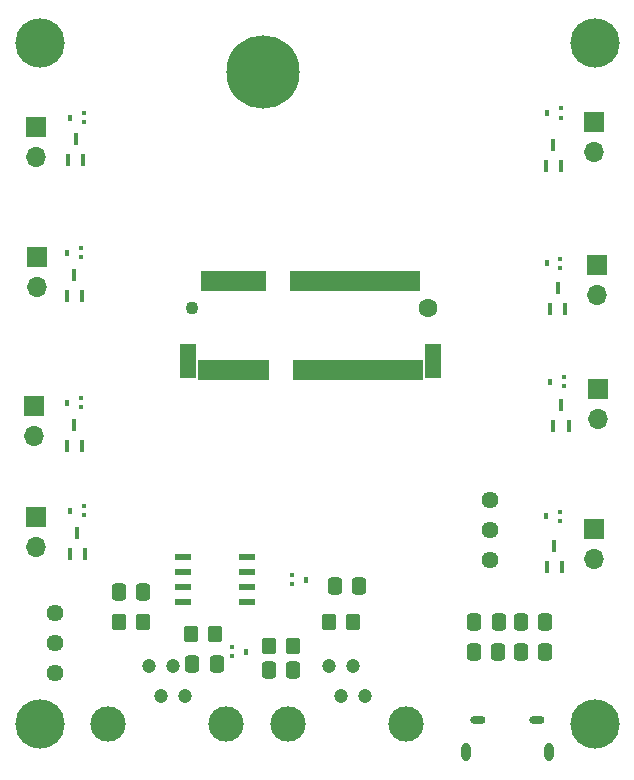
<source format=gbs>
%TF.GenerationSoftware,KiCad,Pcbnew,(6.99.0-1698-gc3bed8f6ee)*%
%TF.CreationDate,2022-10-05T21:42:40-05:00*%
%TF.ProjectId,Pneumatics Control Unit V1,506e6575-6d61-4746-9963-7320436f6e74,rev?*%
%TF.SameCoordinates,Original*%
%TF.FileFunction,Soldermask,Bot*%
%TF.FilePolarity,Negative*%
%FSLAX46Y46*%
G04 Gerber Fmt 4.6, Leading zero omitted, Abs format (unit mm)*
G04 Created by KiCad (PCBNEW (6.99.0-1698-gc3bed8f6ee)) date 2022-10-05 21:42:40*
%MOMM*%
%LPD*%
G01*
G04 APERTURE LIST*
G04 Aperture macros list*
%AMRoundRect*
0 Rectangle with rounded corners*
0 $1 Rounding radius*
0 $2 $3 $4 $5 $6 $7 $8 $9 X,Y pos of 4 corners*
0 Add a 4 corners polygon primitive as box body*
4,1,4,$2,$3,$4,$5,$6,$7,$8,$9,$2,$3,0*
0 Add four circle primitives for the rounded corners*
1,1,$1+$1,$2,$3*
1,1,$1+$1,$4,$5*
1,1,$1+$1,$6,$7*
1,1,$1+$1,$8,$9*
0 Add four rect primitives between the rounded corners*
20,1,$1+$1,$2,$3,$4,$5,0*
20,1,$1+$1,$4,$5,$6,$7,0*
20,1,$1+$1,$6,$7,$8,$9,0*
20,1,$1+$1,$8,$9,$2,$3,0*%
G04 Aperture macros list end*
%ADD10R,1.700000X1.700000*%
%ADD11O,1.700000X1.700000*%
%ADD12C,4.170000*%
%ADD13C,3.000000*%
%ADD14C,1.200000*%
%ADD15C,1.440000*%
%ADD16O,1.300000X0.650000*%
%ADD17O,0.775000X1.550000*%
%ADD18RoundRect,0.250000X-0.337500X-0.475000X0.337500X-0.475000X0.337500X0.475000X-0.337500X0.475000X0*%
%ADD19RoundRect,0.250000X-0.350000X-0.450000X0.350000X-0.450000X0.350000X0.450000X-0.350000X0.450000X0*%
%ADD20RoundRect,0.250000X0.337500X0.475000X-0.337500X0.475000X-0.337500X-0.475000X0.337500X-0.475000X0*%
%ADD21R,0.450000X0.400000*%
%ADD22R,0.450000X0.500000*%
%ADD23R,0.450800X1.136200*%
%ADD24C,1.600000*%
%ADD25C,1.100000*%
%ADD26RoundRect,0.101600X-0.150000X-0.775000X0.150000X-0.775000X0.150000X0.775000X-0.150000X0.775000X0*%
%ADD27RoundRect,0.100000X-0.150000X-0.775000X0.150000X-0.775000X0.150000X0.775000X-0.150000X0.775000X0*%
%ADD28RoundRect,0.101600X-0.600000X-1.375000X0.600000X-1.375000X0.600000X1.375000X-0.600000X1.375000X0*%
%ADD29C,6.203200*%
%ADD30RoundRect,0.250000X0.350000X0.450000X-0.350000X0.450000X-0.350000X-0.450000X0.350000X-0.450000X0*%
%ADD31R,1.460500X0.558800*%
G04 APERTURE END LIST*
D10*
%TO.C,J10*%
X153948999Y-110478249D03*
D11*
X153948999Y-113018249D03*
%TD*%
D10*
%TO.C,J11*%
X154202999Y-88157999D03*
D11*
X154202999Y-90697999D03*
%TD*%
D12*
%TO.C,H2*%
X107061000Y-69342000D03*
%TD*%
D10*
%TO.C,J5*%
X106704999Y-76473999D03*
D11*
X106704999Y-79013999D03*
%TD*%
D13*
%TO.C,J1*%
X112856000Y-126992000D03*
X122856000Y-126992000D03*
D14*
X119386000Y-124692000D03*
X118366000Y-122152000D03*
X117346000Y-124692000D03*
X116326000Y-122152000D03*
%TD*%
D15*
%TO.C,J14*%
X145161000Y-108077000D03*
X145161000Y-110617000D03*
X145161000Y-113157000D03*
%TD*%
D16*
%TO.C,J12*%
X144184999Y-126712999D03*
X149184999Y-126712999D03*
D17*
X143184999Y-129412999D03*
X150184999Y-129412999D03*
%TD*%
D12*
%TO.C,H4*%
X107061000Y-127000000D03*
%TD*%
%TO.C,H1*%
X154051000Y-69342000D03*
%TD*%
D10*
%TO.C,J4*%
X106806999Y-87522999D03*
D11*
X106806999Y-90062999D03*
%TD*%
D10*
%TO.C,J9*%
X153948999Y-76061249D03*
D11*
X153948999Y-78601249D03*
%TD*%
D12*
%TO.C,H3*%
X154051000Y-127000000D03*
%TD*%
D15*
%TO.C,J13*%
X108331000Y-117602000D03*
X108331000Y-120142000D03*
X108331000Y-122682000D03*
%TD*%
D10*
%TO.C,J7*%
X154329999Y-98678999D03*
D11*
X154329999Y-101218999D03*
%TD*%
D10*
%TO.C,J6*%
X106577999Y-100095999D03*
D11*
X106577999Y-102635999D03*
%TD*%
D10*
%TO.C,J8*%
X106704999Y-109473999D03*
D11*
X106704999Y-112013999D03*
%TD*%
D13*
%TO.C,J2*%
X128096000Y-126992000D03*
X138096000Y-126992000D03*
D14*
X134626000Y-124692000D03*
X133606000Y-122152000D03*
X132586000Y-124692000D03*
X131566000Y-122152000D03*
%TD*%
D18*
%TO.C,C10*%
X147806500Y-118364000D03*
X149881500Y-118364000D03*
%TD*%
D19*
%TO.C,R4*%
X126508000Y-120396000D03*
X128508000Y-120396000D03*
%TD*%
D20*
%TO.C,C9*%
X145944500Y-118364000D03*
X143869500Y-118364000D03*
%TD*%
%TO.C,C3*%
X122068500Y-121920000D03*
X119993500Y-121920000D03*
%TD*%
D21*
%TO.C,D6*%
X151450999Y-97643999D03*
X151450999Y-98443999D03*
D22*
X150300999Y-98043999D03*
%TD*%
D21*
%TO.C,D3*%
X110556999Y-86721999D03*
X110556999Y-87521999D03*
D22*
X109406999Y-87121999D03*
%TD*%
D18*
%TO.C,C5*%
X147806500Y-120904000D03*
X149881500Y-120904000D03*
%TD*%
D20*
%TO.C,C8*%
X145901500Y-120904000D03*
X143826500Y-120904000D03*
%TD*%
D21*
%TO.C,D5*%
X110556999Y-99421999D03*
X110556999Y-100221999D03*
D22*
X109406999Y-99821999D03*
%TD*%
D23*
%TO.C,MOSFET4*%
X151843498Y-101757248D03*
X150543500Y-101757248D03*
X151193499Y-99982249D03*
%TD*%
%TO.C,MOSFET6*%
X151208498Y-79754498D03*
X149908500Y-79754498D03*
X150558499Y-77979499D03*
%TD*%
D24*
%TO.C,J3*%
X139975500Y-91781250D03*
D25*
X119975500Y-91781250D03*
D26*
X120725500Y-97056250D03*
X120975500Y-89506250D03*
X121225500Y-97056250D03*
X121475500Y-89506250D03*
X121725500Y-97056250D03*
X121975500Y-89506250D03*
X122225500Y-97056250D03*
X122475500Y-89506250D03*
X122725500Y-97056250D03*
X122975500Y-89506250D03*
X123225500Y-97056250D03*
X123475500Y-89506250D03*
X123725500Y-97056250D03*
X123975500Y-89506250D03*
X124225500Y-97056250D03*
X124475500Y-89506250D03*
X124725500Y-97056250D03*
X124975500Y-89506250D03*
X125225500Y-97056250D03*
X125475500Y-89506250D03*
X125725500Y-97056250D03*
X125975500Y-89506250D03*
X126225500Y-97056250D03*
X128475500Y-89506250D03*
X128725500Y-97056250D03*
X128975500Y-89506250D03*
X129225500Y-97056250D03*
X129475500Y-89506250D03*
X129725500Y-97056250D03*
X129975500Y-89506250D03*
X130225500Y-97056250D03*
X130475500Y-89506250D03*
X130725500Y-97056250D03*
X130975500Y-89506250D03*
X131225500Y-97056250D03*
X131475500Y-89506250D03*
D27*
X131725500Y-97056250D03*
D26*
X131975500Y-89506250D03*
X132225500Y-97056250D03*
X132475500Y-89506250D03*
X132725500Y-97056250D03*
X132975500Y-89506250D03*
X133225500Y-97056250D03*
X133475500Y-89506250D03*
X133725500Y-97056250D03*
X133975500Y-89506250D03*
X134225500Y-97056250D03*
X134475500Y-89506250D03*
X134725500Y-97056250D03*
X134975500Y-89506250D03*
X135225500Y-97056250D03*
X135475500Y-89506250D03*
X135725500Y-97056250D03*
X135975500Y-89506250D03*
X136225500Y-97056250D03*
X136475500Y-89506250D03*
X136725500Y-97056250D03*
X136975500Y-89506250D03*
X137225500Y-97056250D03*
X137475500Y-89506250D03*
X137725500Y-97056250D03*
X137975500Y-89506250D03*
X138225500Y-97056250D03*
X138475500Y-89506250D03*
X138725500Y-97056250D03*
X138975500Y-89506250D03*
X139225500Y-97056250D03*
D28*
X119625500Y-96281250D03*
X140325500Y-96281250D03*
%TD*%
D21*
%TO.C,D9*%
X151069999Y-109042249D03*
X151069999Y-109842249D03*
D22*
X149919999Y-109442249D03*
%TD*%
D21*
%TO.C,D1*%
X123376999Y-121303999D03*
X123376999Y-120503999D03*
D22*
X124526999Y-120903999D03*
%TD*%
D21*
%TO.C,D7*%
X110810999Y-108565999D03*
X110810999Y-109365999D03*
D22*
X109660999Y-108965999D03*
%TD*%
D23*
%TO.C,MOSFET7*%
X151271998Y-113758748D03*
X149972000Y-113758748D03*
X150621999Y-111983749D03*
%TD*%
%TO.C,MOSFET5*%
X110885998Y-112647498D03*
X109586000Y-112647498D03*
X110235999Y-110872499D03*
%TD*%
%TO.C,MOSFET8*%
X151574499Y-91851248D03*
X150274501Y-91851248D03*
X150924500Y-90076249D03*
%TD*%
%TO.C,MOSFET2*%
X110758998Y-79246498D03*
X109459000Y-79246498D03*
X110108999Y-77471499D03*
%TD*%
D21*
%TO.C,D8*%
X151196999Y-74879249D03*
X151196999Y-75679249D03*
D22*
X150046999Y-75279249D03*
%TD*%
D29*
%TO.C,H5*%
X125979500Y-71783250D03*
%TD*%
D30*
%TO.C,R2*%
X115808000Y-118364000D03*
X113808000Y-118364000D03*
%TD*%
D20*
%TO.C,C4*%
X134133500Y-115316000D03*
X132058500Y-115316000D03*
%TD*%
D31*
%TO.C,U1*%
X119195849Y-116712999D03*
X119195849Y-115442999D03*
X119195849Y-114172999D03*
X124644149Y-112902999D03*
X124644149Y-114172999D03*
X124644149Y-115442999D03*
X124644149Y-116712999D03*
X119195849Y-112902999D03*
%TD*%
D21*
%TO.C,D10*%
X151133499Y-87610999D03*
X151133499Y-88410999D03*
D22*
X149983499Y-88010999D03*
%TD*%
D21*
%TO.C,D2*%
X128456999Y-115207999D03*
X128456999Y-114407999D03*
D22*
X129606999Y-114807999D03*
%TD*%
D21*
%TO.C,D4*%
X110810999Y-75291999D03*
X110810999Y-76091999D03*
D22*
X109660999Y-75691999D03*
%TD*%
D20*
%TO.C,C1*%
X115845500Y-115824000D03*
X113770500Y-115824000D03*
%TD*%
D30*
%TO.C,R3*%
X133588000Y-118364000D03*
X131588000Y-118364000D03*
%TD*%
%TO.C,R1*%
X121904000Y-119380000D03*
X119904000Y-119380000D03*
%TD*%
D20*
%TO.C,C2*%
X128545500Y-122428000D03*
X126470500Y-122428000D03*
%TD*%
D23*
%TO.C,MOSFET1*%
X110631998Y-90803498D03*
X109332000Y-90803498D03*
X109981999Y-89028499D03*
%TD*%
%TO.C,MOSFET3*%
X110631998Y-103503498D03*
X109332000Y-103503498D03*
X109981999Y-101728499D03*
%TD*%
M02*

</source>
